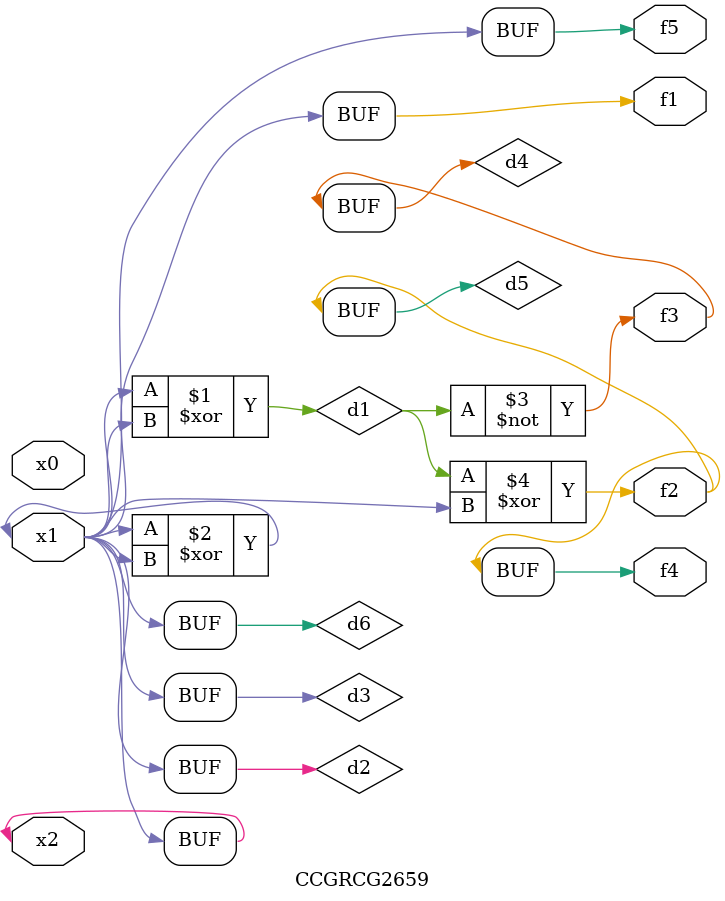
<source format=v>
module CCGRCG2659(
	input x0, x1, x2,
	output f1, f2, f3, f4, f5
);

	wire d1, d2, d3, d4, d5, d6;

	xor (d1, x1, x2);
	buf (d2, x1, x2);
	xor (d3, x1, x2);
	nor (d4, d1);
	xor (d5, d1, d2);
	buf (d6, d2, d3);
	assign f1 = d6;
	assign f2 = d5;
	assign f3 = d4;
	assign f4 = d5;
	assign f5 = d6;
endmodule

</source>
